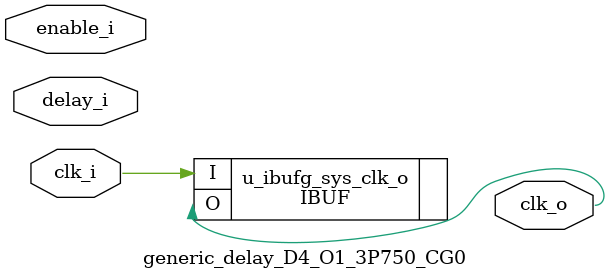
<source format=sv>


// Based on work of:
// Fabian Schuiki <fschuiki@iis.ee.ethz.ch>
// Florian Zaruba <zarubaf@iis.ee.ethz.ch>

// Automatically generated
`timescale 1ps/1ps
  
(* no_ungroup *)
(* no_boundary_optimization *)
module generic_delay_D4_O1_3P750_CG0 (
  input  logic       clk_i,
  input  logic       enable_i,
  input  logic [4-1:0] delay_i,
  output logic [1-1:0] clk_o
);

  IBUF #
    (
     .IBUF_LOW_PWR ("FALSE")
     ) u_ibufg_sys_clk_o
      (
       .I  (clk_i),
       .O  (clk_o[0])
       );  
        
endmodule


</source>
